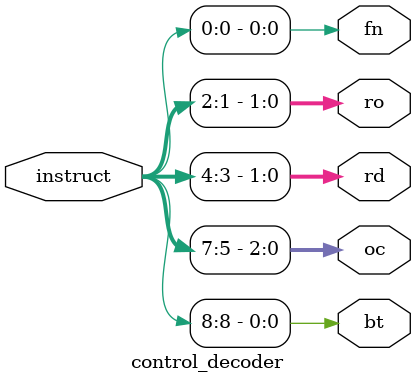
<source format=sv>

module control_decoder(
  input logic[8:0] instruct,
  output logic bt,
  output logic[2:0] oc,
  output logic[1:0] rd,
  output logic[1:0] ro,
  output logic fn
);
	
	always_comb begin
		bt <= instruct[8];
		oc <= instruct[7:5];
		rd <= instruct[4:3];
		ro <= instruct[2:1];
		fn <= instruct[0];
	end
  
endmodule: control_decoder
</source>
